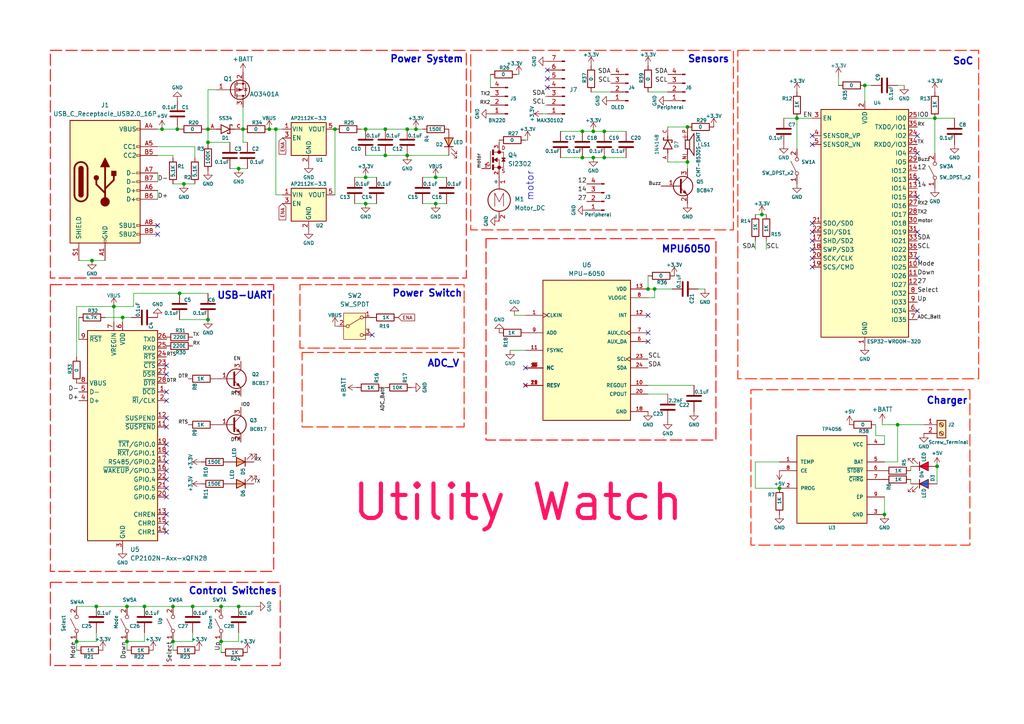
<source format=kicad_sch>
(kicad_sch (version 20230121) (generator eeschema)
  (paper "A4")
  (title_block (title "Utility_Watch_V3") (date "2024-11-20") (rev "V3") (company "Dharma RoboFest"))
  (junction (at 50.165 186.055))
  (junction (at 70.485 37.465))
  (junction (at 78.105 37.465))
  (junction (at 118.11 37.465))
  (junction (at 271.145 34.29))
  (junction (at 69.215 48.895))
  (junction (at 64.135 186.055))
  (junction (at 55.88 175.895))
  (junction (at 199.39 46.99))
  (junction (at 69.215 175.895))
  (junction (at 187.96 83.82))
  (junction (at 26.67 75.565))
  (junction (at 41.91 175.895))
  (junction (at 33.02 88.9))
  (junction (at 250.825 24.765))
  (junction (at 226.06 141.605))
  (junction (at 111.76 45.085))
  (junction (at 64.135 175.895))
  (junction (at 36.83 175.895))
  (junction (at 168.91 38.1))
  (junction (at 111.76 37.465))
  (junction (at 51.435 37.465))
  (junction (at 60.325 41.275))
  (junction (at 231.14 34.29))
  (junction (at 106.045 59.055))
  (junction (at 189.865 83.82))
  (junction (at 256.54 149.225))
  (junction (at 172.085 45.72))
  (junction (at 220.98 62.23))
  (junction (at 126.365 51.435))
  (junction (at 172.085 38.1))
  (junction (at 271.78 135.255))
  (junction (at 260.35 123.19))
  (junction (at 97.155 37.465))
  (junction (at 22.225 186.055))
  (junction (at 50.165 175.895))
  (junction (at 106.045 37.465))
  (junction (at 199.39 36.83))
  (junction (at 52.07 85.09))
  (junction (at 106.045 51.435))
  (junction (at 60.325 92.71))
  (junction (at 27.94 175.895))
  (junction (at 168.91 45.72))
  (junction (at 120.65 37.465))
  (junction (at 118.11 45.085))
  (junction (at 35.56 92.075))
  (junction (at 46.99 37.465))
  (junction (at 80.01 37.465))
  (junction (at 53.34 53.34))
  (junction (at 60.325 37.465))
  (junction (at 36.83 186.055))
  (junction (at 175.26 38.1))
  (junction (at 175.26 45.72))
  (junction (at 126.365 59.055))
  (no_connect (at 48.26 133.985))
  (no_connect (at 48.26 128.905))
  (no_connect (at 158.75 25.4))
  (no_connect (at 266.065 67.31))
  (no_connect (at 235.585 41.91))
  (no_connect (at 235.585 39.37))
  (no_connect (at 48.26 136.525))
  (no_connect (at 266.065 90.17))
  (no_connect (at 48.26 144.145))
  (no_connect (at 158.75 22.86))
  (no_connect (at 187.96 99.06))
  (no_connect (at 48.26 106.045))
  (no_connect (at 235.585 74.93))
  (no_connect (at 48.26 121.285))
  (no_connect (at 48.26 108.585))
  (no_connect (at 48.26 154.305))
  (no_connect (at 235.585 72.39))
  (no_connect (at 187.96 91.44))
  (no_connect (at 235.585 67.31))
  (no_connect (at 45.72 67.945))
  (no_connect (at 152.4 111.76))
  (no_connect (at 266.065 39.37))
  (no_connect (at 187.96 96.52))
  (no_connect (at 45.72 65.405))
  (no_connect (at 107.95 97.155))
  (no_connect (at 48.26 151.765))
  (no_connect (at 235.585 77.47))
  (no_connect (at 48.26 139.065))
  (no_connect (at 266.065 74.93))
  (no_connect (at 48.26 141.605))
  (no_connect (at 48.26 123.825))
  (no_connect (at 152.4 106.68))
  (no_connect (at 48.26 149.225))
  (no_connect (at 266.065 44.45))
  (no_connect (at 48.26 116.205))
  (no_connect (at 235.585 64.77))
  (no_connect (at 48.26 113.665))
  (no_connect (at 48.26 131.445))
  (no_connect (at 158.75 20.32))
  (no_connect (at 266.065 57.15))
  (no_connect (at 235.585 69.85))
  (no_connect (at 266.065 52.07))
  (wire (pts (xy 118.11 45.085) (xy 130.175 45.085)))
  (wire (pts (xy 231.14 34.29) (xy 231.14 43.18)))
  (wire (pts (xy 256.54 126.365) (xy 256.54 128.905)))
  (wire (pts (xy 222.25 69.85) (xy 222.25 72.39)))
  (wire (pts (xy 260.35 24.765) (xy 262.255 24.765)))
  (wire (pts (xy 147.955 101.6) (xy 152.4 101.6)))
  (wire (pts (xy 255.905 123.19) (xy 260.35 123.19)))
  (wire (pts (xy 69.215 48.895) (xy 71.755 48.895)))
  (wire (pts (xy 126.365 59.055) (xy 129.54 59.055)))
  (wire (pts (xy 149.225 91.44) (xy 152.4 91.44)))
  (wire (pts (xy 243.205 22.225) (xy 243.205 24.765)))
  (wire (pts (xy 55.88 186.055) (xy 55.88 183.515)))
  (wire (pts (xy 175.26 45.72) (xy 181.61 45.72)))
  (wire (pts (xy 193.675 36.83) (xy 199.39 36.83)))
  (wire (pts (xy 50.165 53.34) (xy 53.34 53.34)))
  (wire (pts (xy 256.54 144.145) (xy 256.54 149.225)))
  (wire (pts (xy 97.155 37.465) (xy 97.155 56.515)))
  (wire (pts (xy 187.96 111.76) (xy 201.295 111.76)))
  (wire (pts (xy 22.86 92.075) (xy 22.86 98.425)))
  (wire (pts (xy 38.735 85.09) (xy 52.07 85.09)))
  (wire (pts (xy 22.225 175.895) (xy 27.94 175.895)))
  (wire (pts (xy 111.76 37.465) (xy 118.11 37.465)))
  (wire (pts (xy 168.91 38.1) (xy 172.085 38.1)))
  (wire (pts (xy 106.045 51.435) (xy 109.22 51.435)))
  (wire (pts (xy 271.78 135.255) (xy 271.78 140.335)))
  (wire (pts (xy 59.69 37.465) (xy 60.325 37.465)))
  (wire (pts (xy 48.26 97.79) (xy 48.26 98.425)))
  (wire (pts (xy 69.215 175.895) (xy 74.295 175.895)))
  (wire (pts (xy 38.735 88.9) (xy 38.735 85.09)))
  (wire (pts (xy 80.01 37.465) (xy 80.01 56.515)))
  (wire (pts (xy 162.56 45.72) (xy 168.91 45.72)))
  (wire (pts (xy 172.085 38.1) (xy 175.26 38.1)))
  (wire (pts (xy 106.045 59.055) (xy 109.22 59.055)))
  (wire (pts (xy 52.07 92.71) (xy 60.325 92.71)))
  (wire (pts (xy 22.225 88.9) (xy 33.02 88.9)))
  (wire (pts (xy 219.075 69.85) (xy 219.075 72.39)))
  (wire (pts (xy 175.26 38.1) (xy 181.61 38.1)))
  (wire (pts (xy 22.86 75.565) (xy 26.67 75.565)))
  (wire (pts (xy 27.94 175.895) (xy 36.83 175.895)))
  (wire (pts (xy 66.675 48.895) (xy 69.215 48.895)))
  (wire (pts (xy 187.96 83.82) (xy 189.865 83.82)))
  (wire (pts (xy 33.02 88.9) (xy 38.735 88.9)))
  (wire (pts (xy 227.33 34.29) (xy 231.14 34.29)))
  (wire (pts (xy 122.555 59.055) (xy 126.365 59.055)))
  (wire (pts (xy 69.215 183.515) (xy 69.215 186.055)))
  (wire (pts (xy 45.72 50.165) (xy 45.72 52.705)))
  (wire (pts (xy 106.045 45.085) (xy 111.76 45.085)))
  (wire (pts (xy 193.675 46.99) (xy 199.39 46.99)))
  (wire (pts (xy 187.96 80.01) (xy 187.96 83.82)))
  (wire (pts (xy 45.72 37.465) (xy 46.99 37.465)))
  (wire (pts (xy 45.72 42.545) (xy 56.515 42.545)))
  (wire (pts (xy 106.045 37.465) (xy 104.775 37.465)))
  (wire (pts (xy 153.035 40.64) (xy 152.4 40.64)))
  (wire (pts (xy 48.26 100.33) (xy 48.26 100.965)))
  (wire (pts (xy 64.135 186.055) (xy 69.215 186.055)))
  (wire (pts (xy 52.07 85.09) (xy 60.325 85.09)))
  (wire (pts (xy 189.865 86.36) (xy 189.865 83.82)))
  (wire (pts (xy 78.105 37.465) (xy 80.01 37.465)))
  (wire (pts (xy 111.76 112.395) (xy 111.125 112.395)))
  (wire (pts (xy 97.155 94.615) (xy 97.79 94.615)))
  (wire (pts (xy 41.91 175.895) (xy 50.165 175.895)))
  (wire (pts (xy 33.02 88.9) (xy 33.02 93.345)))
  (wire (pts (xy 254 126.365) (xy 256.54 126.365)))
  (wire (pts (xy 150.495 21.59) (xy 149.86 21.59)))
  (wire (pts (xy 199.39 46.99) (xy 199.39 48.895)))
  (wire (pts (xy 260.35 123.19) (xy 267.97 123.19)))
  (wire (pts (xy 219.075 133.985) (xy 219.075 141.605)))
  (wire (pts (xy 142.24 21.59) (xy 142.24 25.4)))
  (wire (pts (xy 264.16 135.255) (xy 264.16 136.525)))
  (wire (pts (xy 60.325 26.035) (xy 60.325 37.465)))
  (wire (pts (xy 102.87 59.055) (xy 106.045 59.055)))
  (wire (pts (xy 70.485 37.465) (xy 70.485 41.275)))
  (wire (pts (xy 41.91 186.055) (xy 41.91 183.515)))
  (wire (pts (xy 126.365 51.435) (xy 129.54 51.435)))
  (wire (pts (xy 254 123.19) (xy 254 126.365)))
  (wire (pts (xy 35.56 92.075) (xy 38.1 92.075)))
  (wire (pts (xy 111.76 45.085) (xy 118.11 45.085)))
  (wire (pts (xy 106.045 37.465) (xy 111.76 37.465)))
  (wire (pts (xy 219.075 62.23) (xy 220.98 62.23)))
  (wire (pts (xy 219.075 141.605) (xy 226.06 141.605)))
  (wire (pts (xy 172.085 45.72) (xy 175.26 45.72)))
  (wire (pts (xy 187.96 26.67) (xy 193.675 26.67)))
  (wire (pts (xy 51.435 37.465) (xy 52.07 37.465)))
  (wire (pts (xy 36.83 175.895) (xy 41.91 175.895)))
  (wire (pts (xy 158.115 30.48) (xy 158.75 30.48)))
  (wire (pts (xy 158.115 27.94) (xy 158.75 27.94)))
  (wire (pts (xy 220.98 62.23) (xy 222.25 62.23)))
  (wire (pts (xy 187.96 86.36) (xy 189.865 86.36)))
  (wire (pts (xy 60.325 26.035) (xy 62.865 26.035)))
  (wire (pts (xy 22.225 111.125) (xy 22.86 111.125)))
  (wire (pts (xy 27.94 186.055) (xy 27.94 183.515)))
  (wire (pts (xy 46.99 37.465) (xy 51.435 37.465)))
  (wire (pts (xy 80.01 37.465) (xy 81.915 37.465)))
  (wire (pts (xy 70.485 31.115) (xy 70.485 37.465)))
  (wire (pts (xy 45.72 45.085) (xy 50.165 45.085)))
  (wire (pts (xy 266.065 34.29) (xy 271.145 34.29)))
  (wire (pts (xy 81.915 56.515) (xy 80.01 56.515)))
  (wire (pts (xy 36.83 186.055) (xy 41.91 186.055)))
  (wire (pts (xy 231.14 34.29) (xy 235.585 34.29)))
  (wire (pts (xy 60.325 41.275) (xy 60.325 41.91)))
  (wire (pts (xy 118.11 37.465) (xy 120.65 37.465)))
  (wire (pts (xy 22.225 186.055) (xy 22.225 188.595)))
  (wire (pts (xy 70.485 41.275) (xy 71.755 41.275)))
  (wire (pts (xy 64.135 175.895) (xy 69.215 175.895)))
  (wire (pts (xy 168.91 45.72) (xy 172.085 45.72)))
  (wire (pts (xy 202.565 83.82) (xy 204.47 83.82)))
  (wire (pts (xy 256.54 133.985) (xy 260.35 133.985)))
  (wire (pts (xy 53.34 53.34) (xy 56.515 53.34)))
  (wire (pts (xy 271.145 34.29) (xy 271.145 44.45)))
  (wire (pts (xy 51.435 36.83) (xy 51.435 37.465)))
  (wire (pts (xy 55.88 175.895) (xy 64.135 175.895)))
  (wire (pts (xy 271.145 34.29) (xy 276.86 34.29)))
  (wire (pts (xy 50.165 175.895) (xy 55.88 175.895)))
  (wire (pts (xy 50.165 45.085) (xy 50.165 45.72)))
  (wire (pts (xy 260.35 133.985) (xy 260.35 123.19)))
  (wire (pts (xy 226.06 133.985) (xy 219.075 133.985)))
  (wire (pts (xy 50.165 186.055) (xy 55.88 186.055)))
  (wire (pts (xy 122.555 51.435) (xy 126.365 51.435)))
  (wire (pts (xy 60.325 41.275) (xy 66.675 41.275)))
  (wire (pts (xy 250.825 24.765) (xy 250.825 29.21)))
  (wire (pts (xy 102.87 51.435) (xy 106.045 51.435)))
  (wire (pts (xy 22.225 103.505) (xy 22.225 88.9)))
  (wire (pts (xy 157.48 33.02) (xy 158.75 33.02)))
  (wire (pts (xy 22.225 186.055) (xy 27.94 186.055)))
  (wire (pts (xy 187.96 114.3) (xy 193.675 114.3)))
  (wire (pts (xy 144.78 40.64) (xy 144.78 41.275)))
  (wire (pts (xy 64.135 189.23) (xy 64.135 186.055)))
  (wire (pts (xy 171.45 26.67) (xy 177.165 26.67)))
  (wire (pts (xy 162.56 38.1) (xy 168.91 38.1)))
  (wire (pts (xy 30.48 92.075) (xy 35.56 92.075)))
  (wire (pts (xy 120.65 37.465) (xy 122.555 37.465)))
  (wire (pts (xy 26.67 75.565) (xy 30.48 75.565)))
  (wire (pts (xy 36.83 186.055) (xy 36.83 188.595)))
  (wire (pts (xy 56.515 42.545) (xy 56.515 45.72)))
  (wire (pts (xy 250.825 24.765) (xy 252.73 24.765)))
  (wire (pts (xy 45.72 55.245) (xy 45.72 57.785)))
  (wire (pts (xy 264.16 140.335) (xy 264.16 139.065)))
  (wire (pts (xy 35.56 92.075) (xy 35.56 93.345)))
  (wire (pts (xy 50.165 186.055) (xy 50.165 188.595)))
  (wire (pts (xy 60.325 37.465) (xy 60.325 41.275)))
  (wire (pts (xy 255.905 123.19) (xy 255.905 122.555)))
  (wire (pts (xy 194.945 83.82) (xy 189.865 83.82)))
  (rectangle (start 14.605 168.91) (end 81.28 193.04) (stroke (width 0.3) (type dash) (color 255 16 12 1)))
  (rectangle (start 140.97 69.215) (end 207.645 127.635) (stroke (width 0.3) (type dash) (color 255 16 12 1)))
  (rectangle (start 87.63 102.235) (end 134.62 123.825) (stroke (width 0.3) (type dash) (color 255 44 9 1)))
  (rectangle (start 136.525 14.605) (end 212.725 66.675) (stroke (width 0.3) (type dash) (color 255 44 9 1)))
  (rectangle (start 86.995 82.55) (end 134.62 100.965) (stroke (width 0.3) (type dash) (color 255 44 9 1)))
  (rectangle (start 14.605 82.55) (end 79.375 165.735) (stroke (width 0.3) (type dash) (color 255 16 12 1)))
  (rectangle (start 14.605 14.605) (end 135.255 80.645) (stroke (width 0.3) (type dash) (color 255 16 12 1)))
  (rectangle (start 217.805 113.03) (end 281.305 158.115) (stroke (width 0.3) (type dash) (color 255 44 9 1)))
  (rectangle (start 213.995 14.605) (end 283.845 109.855) (stroke (width 0.3) (type dash) (color 255 44 9 1)))
  (text "MPU6050\n\n\n" (at 191.77 80.01 0) (effects (font (size 2 2) (thickness 0.4) bold) (justify left bottom)))
  (text "USB-UART" (at 62.865 86.995 0) (effects (font (size 2 2) (thickness 0.4) bold) (justify left bottom)))
  (text "motor\n\n" (at 158.115 58.42 90) (effects (font (size 2 2)) (justify left bottom)))
  (text "Power System\n" (at 113.03 18.415 0) (effects (font (size 2 2) (thickness 0.4) bold) (justify left bottom)))
  (text "ADC_V\n" (at 133.35 106.68 0) (effects (font (size 2 2) (thickness 0.4) bold) (justify right bottom)))
  (text "SoC " (at 276.225 19.05 0) (effects (font (size 2 2) (thickness 0.4) bold) (justify left bottom)))
  (text "Sensors\n" (at 199.39 18.415 0) (effects (font (size 2 2) (thickness 0.4) bold) (justify left bottom)))
  (text "Charger\n" (at 268.605 117.475 0) (effects (font (size 2 2) (thickness 0.4) bold) (justify left bottom)))
  (text "Control Switches\n\n" (at 54.61 175.895 0) (effects (font (size 2 2) (thickness 0.4) bold) (justify left bottom)))
  (text "Power Switch" (at 113.665 86.36 0) (effects (font (size 2 2) (thickness 0.4) bold) (justify left bottom)))
  (text "Utility Watch" (at 101.6 151.765 0) (effects (font (size 10 10) (thickness 1.2) bold) (justify left bottom)))
  (label "RX" (at 73.66 133.985 0) (effects (font (size 1 1))))
  (label "TX" (at 73.66 140.335 0) (effects (font (size 1 1))))
  (label "RTS" (at 69.85 114.935 180) (effects (font (size 1 1))))
  (label "SDA" (at 266.065 69.85 0))
  (label "SCL" (at 187.96 104.14 0))
  (label "SCL" (at 193.675 24.13 180))
  (label "14" (at 266.065 54.61 0))
  (label "TX" (at 266.065 41.91 0) (effects (font (size 1 1))))
  (label "TX" (at 55.88 97.79 0) (effects (font (size 1 1))))
  (label "SCL" (at 177.165 24.13 180))
  (label "DTR" (at 48.26 111.125 0) (effects (font (size 1 1))))
  (label "SCL" (at 266.065 72.39 0))
  (label "TX2" (at 266.065 62.23 0) (effects (font (size 1 1))))
  (label "Select" (at 266.065 85.09 0))
  (label "Mode" (at 22.225 186.055 270))
  (label "27" (at 170.18 58.42 180))
  (label "ADC_Batt" (at 266.065 92.71 0) (effects (font (size 1 1))))
  (label "14" (at 170.18 55.88 180))
  (label "RX" (at 266.065 36.83 0) (effects (font (size 1 1))))
  (label "motor" (at 266.065 64.77 0) (effects (font (size 1 1))))
  (label "IO0" (at 266.065 34.29 0))
  (label "DTR" (at 69.85 128.27 180) (effects (font (size 1 1))))
  (label "Down" (at 266.065 80.01 0))
  (label "RTS" (at 48.26 103.505 0) (effects (font (size 1 1))))
  (label "SCL" (at 222.25 72.39 0))
  (label "Buzz" (at 266.065 46.99 0) (effects (font (size 1 1))))
  (label "motor" (at 139.7 48.895 90) (effects (font (size 1 1))))
  (label "D+" (at 45.72 57.785 0))
  (label "D-" (at 45.72 52.705 0))
  (label "RX2" (at 266.065 59.69 0) (effects (font (size 1 1))))
  (label "SDA" (at 219.075 72.39 180))
  (label "SCL" (at 158.115 30.48 180))
  (label "IO0" (at 69.85 118.11 0) (effects (font (size 1 1))))
  (label "DTR" (at 54.61 109.855 180) (effects (font (size 1 1))))
  (label "TX2" (at 142.24 27.94 180) (effects (font (size 1 1))))
  (label "12" (at 266.065 49.53 0))
  (label "Mode" (at 266.065 77.47 0))
  (label "SDA" (at 193.675 21.59 180))
  (label "RX" (at 55.88 100.33 0) (effects (font (size 1 1))))
  (label "SDA" (at 177.165 21.59 180))
  (label "D+" (at 22.86 116.205 180))
  (label "Select" (at 50.165 186.055 270))
  (label "EN" (at 235.585 34.29 180))
  (label "RTS" (at 54.61 123.19 180) (effects (font (size 1 1))))
  (label "D-" (at 22.86 113.665 180))
  (label "Up" (at 64.135 186.055 270))
  (label "Buzz" (at 191.77 53.975 180) (effects (font (size 1 1))))
  (label "ADC_Batt" (at 111.76 112.395 270) (effects (font (size 1 1))))
  (label "EN" (at 69.85 104.775 180) (effects (font (size 1 1))))
  (label "SDA" (at 158.115 27.94 180))
  (label "27" (at 266.065 82.55 0))
  (label "Up" (at 266.065 87.63 0))
  (label "12" (at 170.18 53.34 180))
  (label "Down" (at 36.83 186.055 270))
  (label "SDA" (at 187.96 106.68 0))
  (label "RX2" (at 142.24 30.48 180) (effects (font (size 1 1))))
  (global_label "ENA" (shape input) (at 115.57 92.075 0) (effects (font (size 1 1))) (property "Intersheetrefs" "${INTERSHEET_REFS}" (effects hide)))
  (global_label "ENA" (shape input) (at 81.915 40.005 270) (effects (font (size 1 1))) (property "Intersheetrefs" "${INTERSHEET_REFS}" (effects hide)))
  (global_label "ENA" (shape input) (at 81.915 59.055 270) (effects (font (size 1 1))) (property "Intersheetrefs" "${INTERSHEET_REFS}" (effects hide)))
  (symbol (lib_id "power:GND") (at 158.75 17.78 270) (unit 1)
    (property "Reference" "#PWR048" (effects hide))
    (property "Value" "GND" (at 154.94 17.78 0) (effects (font (size 1 1))))
  )
  (symbol (lib_id "Connector:USB_C_Receptacle_USB2.0_16P") (at 30.48 52.705 0) (unit 1)
    (property "Reference" "J1" (at 30.48 30.48 0))
    (property "Value" "USB_C_Receptacle_USB2.0_16P" (at 30.48 33.02 0))
    (property "Footprint" "Connector_USB:USB_C_Receptacle_GCT_USB4105-xx-A_16P_TopMnt_Horizontal" (effects hide))
    (property "Datasheet" "https://www.usb.org/sites/default/files/documents/usb_type-c.zip" (effects hide))
  )
  (symbol (lib_id "Device:C") (at 27.94 179.705 0) (unit 1)
    (property "Reference" "C25" (at 26.67 181.61 0) (effects (font (size 1 1)) (justify right)))
    (property "Value" "0.1uF" (at 32.385 177.8 0) (effects (font (size 1 1)) (justify right)))
    (property "Footprint" "Capacitor_SMD:C_0402_1005Metric" (effects hide))
  )
  (symbol (lib_id "Amplifier_Audio:TP4056") (at 241.3 139.065 0) (unit 1)
    (property "Reference" "U3" (at 241.3 153.035 0) (effects (font (size 1 1))))
    (property "Value" "TP4056" (at 241.3 124.46 0) (effects (font (size 1 1))))
    (property "Footprint" "TP4056:SOP127P600X175-9N" (effects hide))
    (property "MF" "NanJing Top Power ASIC Corp." (effects hide))
    (property "MAXIMUM_PACKAGE_HEIGHT" "1.75mm" (effects hide))
    (property "Package" "Package" (effects hide))
    (property "Price" "None" (effects hide))
    (property "Check_prices" "https://www.snapeda.com/parts/TP4056/NanJing+Top+Power+ASIC+Corp./view-part/?ref=eda" (effects hide))
    (property "STANDARD" "IPC 7351B" (effects hide))
    (property "SnapEDA_Link" "https://www.snapeda.com/parts/TP4056/NanJing+Top+Power+ASIC+Corp./view-part/?ref=snap" (effects hide))
    (property "MP" "TP4056" (effects hide))
    (property "Description" "\n                        \n                            Complete single cell Li-Ion battery with a constant current / constant voltage linear charger\n                        \n" (effects hide))
    (property "Availability" "Not in stock" (effects hide))
    (property "MANUFACTURER" "NanJing Top Power ASIC Corp." (effects hide))
  )
  (symbol (lib_id "power:VBUS") (at 78.105 37.465 0) (unit 1)
    (property "Reference" "#PWR04" (effects hide))
    (property "Value" "VBUS" (at 78.105 34.29 0) (effects (font (size 1 1))))
  )
  (symbol (lib_id "Switch:SW_DPST_x2") (at 271.145 49.53 90) (unit 1)
    (property "Reference" "SW3" (at 272.415 48.2599 90) (effects (font (size 1 1)) (justify right)))
    (property "Value" "SW_DPST_x2" (at 272.415 51.435 90) (effects (font (size 1 1)) (justify right)))
    (property "Footprint" "Button_Switch_SMD:SW_Tactile_SPST_NO_Straight_CK_PTS636Sx25SMTRLFS" (effects hide))
  )
  (symbol (lib_id "power:+3.3V") (at 220.98 62.23 0) (unit 1)
    (property "Reference" "#PWR040" (effects hide))
    (property "Value" "+3.3V" (at 220.98 59.055 0) (effects (font (size 1 1))))
  )
  (symbol (lib_id "Device:R") (at 250.19 123.19 90) (unit 1)
    (property "Reference" "R38" (at 252.095 125.095 90) (effects (font (size 1 1)) (justify left)))
    (property "Value" "0" (at 250.825 123.19 90) (effects (font (size 1 1)) (justify left)))
    (property "Footprint" "Resistor_SMD:R_0402_1005Metric" (effects hide))
  )
  (symbol (lib_id "Connector:Conn_01x04_Pin") (at 147.32 30.48 180) (unit 1)
    (property "Reference" "J5" (at 147.955 28.575 0) (effects (font (size 1 1)) (justify right)))
    (property "Value" "BN220" (at 141.605 34.925 0) (effects (font (size 1 1)) (justify right)))
    (property "Footprint" "Button_Switch_SMD:solder_pad_4" (effects hide))
  )
  (symbol (lib_id "Regulator_Linear:AP2112K-3.3") (at 89.535 40.005 0) (unit 1)
    (property "Reference" "U1" (at 92.71 46.355 0) (effects (font (size 1 1))))
    (property "Value" "AP2112K-3.3" (at 89.535 34.29 0) (effects (font (size 1 1))))
    (property "Footprint" "Package_TO_SOT_SMD:SOT-23-5" (effects hide))
    (property "Datasheet" "https://www.diodes.com/assets/Datasheets/AP2112.pdf" (effects hide))
  )
  (symbol (lib_id "power:GND") (at 126.365 59.055 0) (unit 1)
    (property "Reference" "#PWR020" (effects hide))
    (property "Value" "GND" (at 126.365 62.865 0) (effects (font (size 1 1))))
  )
  (symbol (lib_id "Device:R") (at 222.25 66.04 0) (unit 1)
    (property "Reference" "R15" (at 223.52 67.945 0) (effects (font (size 1 1)) (justify left)))
    (property "Value" "1K" (at 222.25 67.31 90) (effects (font (size 1 1)) (justify left)))
    (property "Footprint" "Resistor_SMD:R_0402_1005Metric" (effects hide))
  )
  (symbol (lib_id "power:+3.3V") (at 150.495 21.59 0) (unit 1)
    (property "Reference" "#PWR026" (effects hide))
    (property "Value" "+3.3V" (at 149.225 18.415 0) (effects (font (size 1 1))))
  )
  (symbol (lib_id "power:GND") (at 147.955 101.6 0) (unit 1)
    (property "Reference" "#PWR059" (effects hide))
    (property "Value" "GND" (at 147.955 105.41 0) (effects (font (size 1 1))))
  )
  (symbol (lib_id "power:GND") (at 144.78 64.135 270) (unit 1)
    (property "Reference" "#PWR064" (effects hide))
    (property "Value" "GND" (at 140.97 64.135 0) (effects (font (size 1 1))))
  )
  (symbol (lib_id "Transistor_BJT:BC817") (at 67.31 123.19 0) (unit 1)
    (property "Reference" "Q3" (at 72.39 121.9199 0) (effects (font (size 1 1)) (justify left)))
    (property "Value" "BC817" (at 72.39 124.4599 0) (effects (font (size 1 1)) (justify left)))
    (property "Footprint" "Package_TO_SOT_SMD:SOT-23" (effects hide))
    (property "Datasheet" "https://www.onsemi.com/pub/Collateral/BC818-D.pdf" (effects hide))
  )
  (symbol (lib_id "power:GND") (at 193.675 121.92 0) (unit 1)
    (property "Reference" "#PWR058" (effects hide))
    (property "Value" "GND" (at 193.675 125.73 0) (effects (font (size 1 1))))
  )
  (symbol (lib_id "Device:LED") (at 69.85 140.335 180) (unit 1)
    (property "Reference" "D6" (at 70.485 144.145 90) (effects (font (size 1 1)) (justify right)))
    (property "Value" "LED" (at 67.31 139.065 90) (effects (font (size 1 1)) (justify right)))
    (property "Footprint" "LED_SMD:LED_0402_1005Metric" (effects hide))
  )
  (symbol (lib_id "Device:R") (at 62.23 140.335 90) (unit 1)
    (property "Reference" "R11" (at 59.69 144.78 0) (effects (font (size 1 1)) (justify left)))
    (property "Value" "150E" (at 64.135 140.335 90) (effects (font (size 1 1)) (justify left)))
    (property "Footprint" "Resistor_SMD:R_0402_1005Metric" (effects hide))
  )
  (symbol (lib_id "Regulator_Linear:AP2112K-3.3") (at 89.535 59.055 0) (unit 1)
    (property "Reference" "U2" (at 92.71 65.405 0) (effects (font (size 1 1))))
    (property "Value" "AP2112K-3.3" (at 89.535 53.34 0) (effects (font (size 1 1))))
    (property "Footprint" "Package_TO_SOT_SMD:SOT-23-5" (effects hide))
    (property "Datasheet" "https://www.diodes.com/assets/Datasheets/AP2112.pdf" (effects hide))
  )
  (symbol (lib_id "power:GND") (at 89.535 47.625 0) (unit 1)
    (property "Reference" "#PWR09" (effects hide))
    (property "Value" "GND" (at 89.535 51.435 0) (effects (font (size 1 1))))
  )
  (symbol (lib_id "power:GND") (at 204.47 83.82 0) (unit 1)
    (property "Reference" "#PWR056" (effects hide))
    (property "Value" "GND" (at 204.47 87.63 0) (effects (font (size 1 1))))
  )
  (symbol (lib_id "Device:C") (at 118.11 41.275 0) (unit 1)
    (property "Reference" "C12" (at 116.84 43.18 0) (effects (font (size 1 1)) (justify right)))
    (property "Value" "0.1uF" (at 122.555 39.37 0) (effects (font (size 1 1)) (justify right)))
    (property "Footprint" "Capacitor_SMD:C_0402_1005Metric" (effects hide))
  )
  (symbol (lib_id "power:+3.3V") (at 106.045 51.435 0) (unit 1)
    (property "Reference" "#PWR016" (effects hide))
    (property "Value" "+3.3V" (at 106.045 48.26 0) (effects (font (size 1 1))))
  )
  (symbol (lib_id "Switch:SW_SPDT") (at 102.87 94.615 0) (unit 1)
    (property "Reference" "SW2" (at 102.87 85.725 0))
    (property "Value" "SW_SPDT" (at 102.87 88.265 0))
    (property "Footprint" "Button_Switch_THT:SW_Slide_1P2T_CK_OS102011MS2Q" (effects hide))
  )
  (symbol (lib_id "power:+BATT") (at 255.905 122.555 0) (unit 1)
    (property "Reference" "#PWR030" (effects hide))
    (property "Value" "+BATT" (at 255.905 118.745 0))
  )
  (symbol (lib_id "power:GND") (at 201.295 119.38 0) (unit 1)
    (property "Reference" "#PWR057" (effects hide))
    (property "Value" "GND" (at 201.295 123.19 0) (effects (font (size 1 1))))
  )
  (symbol (lib_id "power:+3.3V") (at 157.48 33.02 90) (unit 1)
    (property "Reference" "#PWR047" (effects hide))
    (property "Value" "+3.3V" (at 154.305 33.02 0) (effects (font (size 1 1))))
  )
  (symbol (lib_id "Device:C") (at 111.76 41.275 0) (unit 1)
    (property "Reference" "C11" (at 110.49 43.18 0) (effects (font (size 1 1)) (justify right)))
    (property "Value" "0.1uF" (at 116.205 39.37 0) (effects (font (size 1 1)) (justify right)))
    (property "Footprint" "Capacitor_SMD:C_0402_1005Metric" (effects hide))
  )
  (symbol (lib_id "Motor:Motor_DC") (at 144.78 56.515 0) (unit 1)
    (property "Reference" "M1" (at 149.225 57.785 0) (effects (justify left)))
    (property "Value" "Motor_DC" (at 149.225 60.325 0) (effects (justify left)))
    (property "Footprint" "Button_Switch_SMD:solder_motor" (effects hide))
  )
  (symbol (lib_id "Device:R") (at 52.07 97.79 270) (unit 1)
    (property "Reference" "R31" (at 50.8 95.885 90) (effects (font (size 1 1)) (justify left)))
    (property "Value" "220E" (at 50.165 97.79 90) (effects (font (size 1 1)) (justify left)))
    (property "Footprint" "Resistor_SMD:R_0402_1005Metric" (effects hide))
  )
  (symbol (lib_id "Device:C") (at 41.91 179.705 0) (unit 1)
    (property "Reference" "C26" (at 40.64 181.61 0) (effects (font (size 1 1)) (justify right)))
    (property "Value" "0.1uF" (at 46.355 177.8 0) (effects (font (size 1 1)) (justify right)))
    (property "Footprint" "Capacitor_SMD:C_0402_1005Metric" (effects hide))
  )
  (symbol (lib_id "Connector:Conn_01x04_Pin") (at 175.26 58.42 180) (unit 1)
    (property "Reference" "J3" (at 175.26 57.15 0) (effects (font (size 1 1)) (justify right)))
    (property "Value" "Peripheral" (at 169.545 62.23 0) (effects (font (size 1 1)) (justify right)))
    (property "Footprint" "Button_Switch_SMD:solder_pad_4" (effects hide))
  )
  (symbol (lib_id "power:+3.3V") (at 58.42 133.985 90) (unit 1)
    (property "Reference" "#PWR028" (effects hide))
    (property "Value" "+3.3V" (at 55.245 133.985 0) (effects (font (size 1 1))))
  )
  (symbol (lib_id "power:+5V") (at 271.78 135.255 0) (unit 1)
    (property "Reference" "#PWR011" (effects hide))
    (property "Value" "+5V" (at 271.78 131.445 0) (effects (font (size 1 1))))
  )
  (symbol (lib_id "Device:C") (at 41.91 92.075 90) (unit 1)
    (property "Reference" "C4" (at 43.815 93.345 0) (effects (font (size 1 1)) (justify right)))
    (property "Value" "0.1uF" (at 40.005 87.63 0) (effects (font (size 1 1)) (justify right)))
    (property "Footprint" "Capacitor_SMD:C_0402_1005Metric" (effects hide))
  )
  (symbol (lib_name "LED_2") (lib_id "Device:LED") (at 267.97 140.335 0) (unit 1)
    (property "Reference" "D4" (at 267.335 136.525 90) (effects (font (size 1 1)) (justify right)))
    (property "Value" "LED" (at 267.97 141.605 90) (effects (font (size 1 1)) (justify right)))
    (property "Footprint" "LED_SMD:LED_0402_1005Metric" (effects hide))
  )
  (symbol (lib_id "Device:C") (at 102.87 55.245 0) (unit 1)
    (property "Reference" "C13" (at 101.6 57.15 0) (effects (font (size 1 1)) (justify right)))
    (property "Value" "0.1uF" (at 107.315 53.34 0) (effects (font (size 1 1)) (justify right)))
    (property "Footprint" "Capacitor_SMD:C_0402_1005Metric" (effects hide))
  )
  (symbol (lib_id "power:GND") (at 74.295 175.895 90) (unit 1)
    (property "Reference" "#PWR061" (effects hide))
    (property "Value" "GND" (at 78.105 175.895 0) (effects (font (size 1 1))))
  )
  (symbol (lib_id "power:+3.3V") (at 71.755 189.23 0) (unit 1)
    (property "Reference" "#PWR068" (effects hide))
    (property "Value" "+3.3V" (at 71.755 186.055 0) (effects (font (size 1 1))))
  )
  (symbol (lib_id "Switch:SW_DPST_x2") (at 50.165 180.975 90) (unit 1)
    (property "Reference" "SW6" (at 48.895 173.99 90) (effects (font (size 1 1)) (justify right)))
    (property "Value" "Up" (at 46.355 179.07 0) (effects (font (size 1 1)) (justify right)))
    (property "Footprint" "Button_Switch_SMD:SW_Tactile_SPST_NO_Straight_CK_PTS636Sx25SMTRLFS" (effects hide))
  )
  (symbol (lib_id "power:+3.3V") (at 195.58 80.01 0) (unit 1)
    (property "Reference" "#PWR072" (effects hide))
    (property "Value" "+3.3V" (at 195.58 76.835 0) (effects (font (size 1 1))))
  )
  (symbol (lib_id "power:GND") (at 267.97 125.73 0) (unit 1)
    (property "Reference" "#PWR023" (effects hide))
    (property "Value" "GND" (at 267.97 129.54 0) (effects (font (size 1 1))))
  )
  (symbol (lib_id "power:GND") (at 69.215 48.895 0) (unit 1)
    (property "Reference" "#PWR07" (effects hide))
    (property "Value" "GND" (at 69.215 52.705 0) (effects (font (size 1 1))))
  )
  (symbol (lib_id "power:GND") (at 227.33 41.91 0) (unit 1)
    (property "Reference" "#PWR036" (effects hide))
    (property "Value" "GND" (at 227.33 45.72 0) (effects (font (size 1 1))))
  )
  (symbol (lib_id "power:+3.3V") (at 57.785 188.595 0) (unit 1)
    (property "Reference" "#PWR067" (effects hide))
    (property "Value" "+3.3V" (at 57.785 185.42 0) (effects (font (size 1 1))))
  )
  (symbol (lib_id "Device:R") (at 148.59 96.52 270) (unit 1)
    (property "Reference" "R18" (at 146.685 97.79 0) (effects (font (size 1 1)) (justify left)))
    (property "Value" "1K" (at 147.32 96.52 90) (effects (font (size 1 1)) (justify left)))
    (property "Footprint" "Resistor_SMD:R_0402_1005Metric" (effects hide))
  )
  (symbol (lib_id "Device:C") (at 175.26 41.91 180) (unit 1)
    (property "Reference" "C19" (at 176.53 40.005 0) (effects (font (size 1 1)) (justify right)))
    (property "Value" "0.1uF" (at 170.815 43.815 0) (effects (font (size 1 1)) (justify right)))
    (property "Footprint" "Capacitor_SMD:C_0402_1005Metric" (effects hide))
  )
  (symbol (lib_id "power:GND") (at 149.225 91.44 180) (unit 1)
    (property "Reference" "#PWR054" (effects hide))
    (property "Value" "GND" (at 149.225 87.63 0) (effects (font (size 1 1))))
  )
  (symbol (lib_id "Device:R") (at 171.45 22.86 0) (unit 1)
    (property "Reference" "R37" (at 169.545 24.13 90) (effects (font (size 1 1)) (justify left)))
    (property "Value" "0" (at 171.45 23.495 90) (effects (font (size 1 1)) (justify left)))
    (property "Footprint" "Resistor_SMD:R_0402_1005Metric" (effects hide))
  )
  (symbol (lib_id "power:GND") (at 187.96 119.38 0) (unit 1)
    (property "Reference" "#PWR053" (effects hide))
    (property "Value" "GND" (at 187.96 123.19 0) (effects (font (size 1 1))))
  )
  (symbol (lib_id "Device:C") (at 256.54 24.765 270) (unit 1)
    (property "Reference" "C9" (at 254.635 23.495 0) (effects (font (size 1 1)) (justify right)))
    (property "Value" "0.1uF" (at 258.445 29.21 0) (effects (font (size 1 1)) (justify right)))
    (property "Footprint" "Capacitor_SMD:C_0402_1005Metric" (effects hide))
  )
  (symbol (lib_id "power:GND") (at 45.72 92.075 180) (unit 1)
    (property "Reference" "#PWR027" (effects hide))
    (property "Value" "GND" (at 45.72 88.265 0) (effects (font (size 1 1))))
  )
  (symbol (lib_id "Device:R") (at 100.965 37.465 270) (unit 1)
    (property "Reference" "R25" (at 99.695 35.56 90) (effects (font (size 1 1)) (justify left)))
    (property "Value" "0" (at 100.33 37.465 90) (effects (font (size 1 1)) (justify left)))
    (property "Footprint" "Resistor_SMD:R_0402_1005Metric" (effects hide))
  )
  (symbol (lib_id "Transistor_BJT:BC817") (at 67.31 109.855 0) (unit 1)
    (property "Reference" "Q2" (at 73.025 108.5849 0) (effects (font (size 1 1)) (justify left)))
    (property "Value" "BC817" (at 73.025 111.1249 0) (effects (font (size 1 1)) (justify left)))
    (property "Footprint" "Package_TO_SOT_SMD:SOT-23" (effects hide))
    (property "Datasheet" "https://www.onsemi.com/pub/Collateral/BC818-D.pdf" (effects hide))
  )
  (symbol (lib_id "power:GND") (at 250.825 100.33 0) (unit 1)
    (property "Reference" "#PWR034" (effects hide))
    (property "Value" "GND" (at 250.825 104.14 0) (effects (font (size 1 1))))
  )
  (symbol (lib_id "Connector:Conn_01x04_Pin") (at 182.245 26.67 180) (unit 1)
    (property "Reference" "J4" (at 182.245 25.4 0) (effects (font (size 1 1)) (justify right)))
    (property "Value" "OLED" (at 177.165 31.115 0) (effects (font (size 1 1)) (justify right)))
    (property "Footprint" "Connector_PinHeader_2.54mm:PinHeader_1x04_P2.54mm_Vertical" (effects hide))
  )
  (symbol (lib_id "Device:R") (at 260.35 136.525 90) (unit 1)
    (property "Reference" "R5" (at 262.255 135.255 0) (effects (font (size 1 1)) (justify left)))
    (property "Value" "1K" (at 261.62 136.525 90) (effects (font (size 1 1)) (justify left)))
    (property "Footprint" "Resistor_SMD:R_0402_1005Metric" (effects hide))
  )
  (symbol (lib_id "power:+3.3V") (at 243.205 22.225 0) (unit 1)
    (property "Reference" "#PWR033" (effects hide))
    (property "Value" "+3.3V" (at 243.205 19.05 0) (effects (font (size 1 1))))
  )
  (symbol (lib_id "power:GND") (at 172.085 45.72 0) (unit 1)
    (property "Reference" "#PWR051" (effects hide))
    (property "Value" "GND" (at 172.085 49.53 0) (effects (font (size 1 1))))
  )
  (symbol (lib_id "Device:R") (at 60.325 45.72 0) (unit 1)
    (property "Reference" "R3" (at 57.15 43.18 0) (effects (font (size 1 1)) (justify left)))
    (property "Value" "100K" (at 60.325 47.625 90) (effects (font (size 1 1)) (justify left)))
    (property "Footprint" "Resistor_SMD:R_0402_1005Metric" (effects hide))
  )
  (symbol (lib_id "Switch:SW_DPST_x2") (at 231.14 48.26 90) (unit 1)
    (property "Reference" "SW1" (at 232.41 46.9899 90) (effects (font (size 1 1)) (justify right)))
    (property "Value" "SW_DPST_x2" (at 220.98 50.165 90) (effects (font (size 1 1)) (justify right)))
    (property "Footprint" "Button_Switch_SMD:SW_Tactile_SPST_NO_Straight_CK_PTS636Sx25SMTRLFS" (effects hide))
  )
  (symbol (lib_id "Device:C") (at 181.61 41.91 180) (unit 1)
    (property "Reference" "C20" (at 182.88 40.005 0) (effects (font (size 1 1)) (justify right)))
    (property "Value" "0.1uF" (at 177.165 43.815 0) (effects (font (size 1 1)) (justify right)))
    (property "Footprint" "Capacitor_SMD:C_0402_1005Metric" (effects hide))
  )
  (symbol (lib_id "Device:C") (at 168.91 41.91 180) (unit 1)
    (property "Reference" "C18" (at 170.18 40.005 0) (effects (font (size 1 1)) (justify right)))
    (property "Value" "0.1uF" (at 164.465 43.815 0) (effects (font (size 1 1)) (justify right)))
    (property "Footprint" "Capacitor_SMD:C_0402_1005Metric" (effects hide))
  )
  (symbol (lib_id "Transistor_BJT:BC847") (at 196.85 53.975 0) (unit 1)
    (property "Reference" "Q5" (at 201.93 52.7049 0) (effects (font (size 1 1)) (justify left)))
    (property "Value" "BC847" (at 201.93 55.2449 0) (effects (font (size 1 1)) (justify left)))
    (property "Footprint" "Package_TO_SOT_SMD:SOT-23" (effects hide))
    (property "Datasheet" "http://www.infineon.com/dgdl/Infineon-BC847SERIES_BC848SERIES_BC849SERIES_BC850SERIES-DS-v01_01-en.pdf?fileId=db3a304314dca389011541d4630a1657" (effects hide))
  )
  (symbol (lib_id "Switch:SW_DPST_x2") (at 64.135 180.975 90) (unit 1)
    (property "Reference" "SW7" (at 61.595 173.99 90) (effects (font (size 1 1)) (justify right)))
    (property "Value" "Down" (at 60.96 178.435 0) (effects (font (size 1 1)) (justify right)))
    (property "Footprint" "Button_Switch_SMD:SW_Tactile_SPST_NO_Straight_CK_PTS636Sx25SMTRLFS" (effects hide))
  )
  (symbol (lib_id "power:GND") (at 199.39 59.055 0) (unit 1)
    (property "Reference" "#PWR069" (effects hide))
    (property "Value" "GND" (at 199.39 62.865 0) (effects (font (size 1 1))))
  )
  (symbol (lib_id "Device:C") (at 51.435 33.02 180) (unit 1)
    (property "Reference" "C1" (at 52.705 31.115 0) (effects (font (size 1 1)) (justify right)))
    (property "Value" "0.1uF" (at 46.99 31.115 0) (effects (font (size 1 1)) (justify right)))
    (property "Footprint" "Capacitor_SMD:C_0402_1005Metric" (effects hide))
  )
  (symbol (lib_id "Switch:SW_DPST_x2") (at 36.83 180.975 90) (unit 1)
    (property "Reference" "SW5" (at 35.56 173.99 90) (effects (font (size 1 1)) (justify right)))
    (property "Value" "Mode" (at 33.655 178.435 0) (effects (font (size 1 1)) (justify right)))
    (property "Footprint" "Button_Switch_SMD:SW_Tactile_SPST_NO_Straight_CK_PTS636Sx25SMTRLFS" (effects hide))
  )
  (symbol (lib_id "Device:R") (at 203.2 36.83 270) (unit 1)
    (property "Reference" "R29" (at 201.93 34.925 90) (effects (font (size 1 1)) (justify left)))
    (property "Value" "0" (at 202.565 36.83 90) (effects (font (size 1 1)) (justify left)))
    (property "Footprint" "Resistor_SMD:R_0402_1005Metric" (effects hide))
  )
  (symbol (lib_id "Device:C") (at 52.07 88.9 180) (unit 1)
    (property "Reference" "C5" (at 53.34 86.995 0) (effects (font (size 1 1)) (justify right)))
    (property "Value" "0.1uF" (at 47.625 90.805 0) (effects (font (size 1 1)) (justify right)))
    (property "Footprint" "Capacitor_SMD:C_0402_1005Metric" (effects hide))
  )
  (symbol (lib_id "Device:R") (at 52.07 100.33 90) (unit 1)
    (property "Reference" "R30" (at 53.975 102.235 90) (effects (font (size 1 1)) (justify left)))
    (property "Value" "220E" (at 53.975 100.33 90) (effects (font (size 1 1)) (justify left)))
    (property "Footprint" "Resistor_SMD:R_0402_1005Metric" (effects hide))
  )
  (symbol (lib_id "Connector:Screw_Terminal_01x02") (at 273.05 123.19 0) (unit 1)
    (property "Reference" "J2" (at 274.955 123.19 0) (effects (font (size 1 1)) (justify left)))
    (property "Value" "Screw_Terminal" (at 269.24 128.27 0) (effects (font (size 1 1)) (justify left)))
    (property "Footprint" "Button_Switch_SMD:solder_pad_batt" (effects hide))
  )
  (symbol (lib_id "power:GND") (at 119.38 112.395 90) (unit 1)
    (property "Reference" "#PWR042" (effects hide))
    (property "Value" "GND" (at 123.19 112.395 0) (effects (font (size 1 1))))
  )
  (symbol (lib_id "Device:R") (at 67.945 189.23 90) (unit 1)
    (property "Reference" "R24" (at 69.85 191.135 90) (effects (font (size 1 1)) (justify left)))
    (property "Value" "1K" (at 69.215 189.23 90) (effects (font (size 1 1)) (justify left)))
    (property "Footprint" "Resistor_SMD:R_0402_1005Metric" (effects hide))
  )
  (symbol (lib_id "Device:R") (at 146.05 21.59 270) (unit 1)
    (property "Reference" "R26" (at 144.78 19.685 90) (effects (font (size 1 1)) (justify left)))
    (property "Value" "0" (at 145.415 21.59 90) (effects (font (size 1 1)) (justify left)))
    (property "Footprint" "Resistor_SMD:R_0402_1005Metric" (effects hide))
  )
  (symbol (lib_id "power:+BATT") (at 103.505 112.395 90) (unit 1)
    (property "Reference" "#PWR041" (effects hide))
    (property "Value" "+BATT" (at 99.695 112.395 0))
  )
  (symbol (lib_id "Device:R") (at 271.145 30.48 180) (unit 1)
    (property "Reference" "R13" (at 269.875 28.575 0) (effects (font (size 1 1)) (justify left)))
    (property "Value" "1K" (at 271.145 29.21 90) (effects (font (size 1 1)) (justify left)))
    (property "Footprint" "Resistor_SMD:R_0402_1005Metric" (effects hide))
  )
  (symbol (lib_id "power:GND") (at 271.145 54.61 0) (unit 1)
    (property "Reference" "#PWR038" (effects hide))
    (property "Value" "GND" (at 271.145 58.42 0) (effects (font (size 1 1))))
  )
  (symbol (lib_id "power:+3.3V") (at 44.45 188.595 0) (unit 1)
    (property "Reference" "#PWR066" (effects hide))
    (property "Value" "+3.3V" (at 44.45 185.42 0) (effects (font (size 1 1))))
  )
  (symbol (lib_id "Device:R") (at 115.57 112.395 90) (unit 1)
    (property "Reference" "R17" (at 117.475 111.125 0) (effects (font (size 1 1)) (justify left)))
    (property "Value" "10K" (at 116.84 112.395 90) (effects (font (size 1 1)) (justify left)))
    (property "Footprint" "Resistor_SMD:R_0402_1005Metric" (effects hide))
  )
  (symbol (lib_id "Device:R") (at 226.06 145.415 180) (unit 1)
    (property "Reference" "R7" (at 224.79 143.51 0) (effects (font (size 1 1)) (justify left)))
    (property "Value" "1K" (at 226.06 144.145 90) (effects (font (size 1 1)) (justify left)))
    (property "Footprint" "Resistor_SMD:R_0402_1005Metric" (effects hide))
  )
  (symbol (lib_id "power:VBUS") (at 33.02 88.9 0) (unit 1)
    (property "Reference" "#PWR012" (effects hide))
    (property "Value" "VBUS" (at 33.02 85.725 0) (effects (font (size 1 1))))
  )
  (symbol (lib_id "power:GND") (at 35.56 159.385 0) (unit 1)
    (property "Reference" "#PWR025" (effects hide))
    (property "Value" "GND" (at 35.56 163.195 0) (effects (font (size 1 1))))
  )
  (symbol (lib_id "power:GND") (at 60.325 92.71 0) (unit 1)
    (property "Reference" "#PWR071" (effects hide))
    (property "Value" "GND" (at 60.325 96.52 0) (effects (font (size 1 1))))
  )
  (symbol (lib_id "power:GND") (at 89.535 66.675 0) (unit 1)
    (property "Reference" "#PWR010" (effects hide))
    (property "Value" "GND" (at 89.535 70.485 0) (effects (font (size 1 1))))
  )
  (symbol (lib_id "RF_Module:ESP32-WROOM-32D") (at 250.825 64.77 0) (unit 1)
    (property "Reference" "U4" (at 253.365 29.845 0) (effects (font (size 1 1)) (justify left)))
    (property "Value" "ESP32-WROOM-32D" (at 251.46 99.06 0) (effects (font (size 1 1)) (justify left)))
    (property "Footprint" "RF_Module:ESP32-WROOM-32D" (effects hide))
    (property "Datasheet" "https://www.espressif.com/sites/default/files/documentation/esp32-wroom-32d_esp32-wroom-32u_datasheet_en.pdf" (effects hide))
  )
  (symbol (lib_id "power:GND") (at 144.78 96.52 180) (unit 1)
    (property "Reference" "#PWR060" (effects hide))
    (property "Value" "GND" (at 144.78 92.71 0) (effects (font (size 1 1))))
  )
  (symbol (lib_id "Device:R") (at 62.23 133.985 90) (unit 1)
    (property "Reference" "R10" (at 59.69 138.43 0) (effects (font (size 1 1)) (justify left)))
    (property "Value" "150E" (at 64.135 133.985 90) (effects (font (size 1 1)) (justify left)))
    (property "Footprint" "Resistor_SMD:R_0402_1005Metric" (effects hide))
  )
  (symbol (lib_id "Device:C") (at 71.755 45.085 180) (unit 1)
    (property "Reference" "C2" (at 73.025 43.18 0) (effects (font (size 1 1)) (justify right)))
    (property "Value" "0.1uF" (at 72.39 46.99 0) (effects (font (size 1 1)) (justify right)))
    (property "Footprint" "Capacitor_SMD:C_0402_1005Metric" (effects hide))
  )
  (symbol (lib_id "Device:C") (at 109.22 55.245 0) (unit 1)
    (property "Reference" "C14" (at 107.95 57.15 0) (effects (font (size 1 1)) (justify right)))
    (property "Value" "0.1uF" (at 113.665 53.34 0) (effects (font (size 1 1)) (justify right)))
    (property "Footprint" "Capacitor_SMD:C_0402_1005Metric" (effects hide))
  )
  (symbol (lib_id "Switch:SW_DPST_x2") (at 22.225 180.975 90) (unit 1)
    (property "Reference" "SW4" (at 20.32 174.625 90) (effects (font (size 1 1)) (justify right)))
    (property "Value" "Select" (at 18.415 178.435 0) (effects (font (size 1 1)) (justify right)))
    (property "Footprint" "Button_Switch_SMD:SW_Tactile_SPST_NO_Straight_CK_PTS636Sx25SMTRLFS" (effects hide))
  )
  (symbol (lib_id "CMT-8530S-SMT:CMT-8530S-SMT") (at 199.39 41.91 0) (unit 1)
    (property "Reference" "LS1" (at 203.2 41.91 0) (effects (font (size 1 1)) (justify left)))
    (property "Value" "CMT-8530S-SMT" (at 202.565 51.435 90) (effects (font (size 1 1)) (justify left)))
    (property "Footprint" "Capacitor_SMD:CUI_CMT-8530S-SMT" (effects hide))
    (property "MF" "Same Sky" (effects hide))
    (property "Description" "\n                        \n                            8.5 mm, 3.6 Vo-p, 90 dB, Surface Mount (SMT), Magnetic Audio Transducer Buzzer\n                        \n" (effects hide))
    (property "Package" "None" (effects hide))
    (property "Price" "None" (effects hide))
    (property "SnapEDA_Link" "https://www.snapeda.com/parts/CMT-8530S-SMT-TR/Same+Sky/view-part/?ref=snap" (effects hide))
    (property "MP" "CMT-8530S-SMT-TR" (effects hide))
    (property "Availability" "In Stock" (effects hide))
    (property "Check_prices" "https://www.snapeda.com/parts/CMT-8530S-SMT-TR/Same+Sky/view-part/?ref=eda" (effects hide))
  )
  (symbol (lib_id "power:+5V") (at 246.38 123.19 0) (unit 1)
    (property "Reference" "#PWR044" (effects hide))
    (property "Value" "+5V" (at 246.38 119.38 0) (effects (font (size 1 1))))
  )
  (symbol (lib_id "Device:R") (at 58.42 109.855 270) (unit 1)
    (property "Reference" "R8" (at 56.515 111.125 0) (effects (font (size 1 1)) (justify left)))
    (property "Value" "1K" (at 57.15 109.855 90) (effects (font (size 1 1)) (justify left)))
    (property "Footprint" "Resistor_SMD:R_0402_1005Metric" (effects hide))
  )
  (symbol (lib_id "power:+3.3V") (at 120.65 37.465 0) (unit 1)
    (property "Reference" "#PWR014" (effects hide))
    (property "Value" "+3.3V" (at 120.65 34.29 0) (effects (font (size 1 1))))
  )
  (symbol (lib_id "power:+3.3V") (at 172.085 38.1 0) (unit 1)
    (property "Reference" "#PWR052" (effects hide))
    (property "Value" "+3.3V" (at 172.085 34.925 0) (effects (font (size 1 1))))
  )
  (symbol (lib_id "Device:R") (at 219.075 66.04 180) (unit 1)
    (property "Reference" "R14" (at 217.805 64.135 0) (effects (font (size 1 1)) (justify left)))
    (property "Value" "1K" (at 219.075 64.77 90) (effects (font (size 1 1)) (justify left)))
    (property "Footprint" "Resistor_SMD:R_0402_1005Metric" (effects hide))
  )
  (symbol (lib_id "Device:C") (at 60.325 88.9 180) (unit 1)
    (property "Reference" "C6" (at 60.325 86.995 0) (effects (font (size 1 1)) (justify right)))
    (property "Value" "0.1uF" (at 55.88 90.805 0) (effects (font (size 1 1)) (justify right)))
    (property "Footprint" "Capacitor_SMD:C_0402_1005Metric" (effects hide))
  )
  (symbol (lib_id "SS34:SS34") (at 65.405 37.465 0) (unit 1)
    (property "Reference" "D1" (at 65.405 40.005 0) (effects (font (size 1 1))))
    (property "Value" "SS34" (at 65.405 34.29 0) (effects (font (size 1 1))))
    (property "Footprint" "Button_Switch_SMD:P25_DO-214AC_SMA" (effects hide))
    (property "MF" "onsemi" (effects hide))
    (property "SNAPEDA_PACKAGE_ID" "36301" (effects hide))
    (property "Package" "SMC-2 ON Semiconductor" (effects hide))
    (property "Price" "None" (effects hide))
    (property "Check_prices" "https://www.snapeda.com/parts/SS34/Onsemi/view-part/?ref=eda" (effects hide))
    (property "STANDARD" "IPC-7351B" (effects hide))
    (property "PARTREV" "31 Aug 2016" (effects hide))
    (property "SnapEDA_Link" "https://www.snapeda.com/parts/SS34/Onsemi/view-part/?ref=snap" (effects hide))
    (property "MP" "SS34" (effects hide))
    (property "Description" "\n                        \n                            Diode Schottky 40 V 3A Surface Mount SMC (DO-214AB)\n                        \n" (effects hide))
    (property "MANUFACTURER" "On Semiconductor" (effects hide))
    (property "Availability" "In Stock" (effects hide))
    (property "MAXIMUM_PACKAGE_HEIGHT" "2.65mm" (effects hide))
  )
  (symbol (lib_id "power:GND") (at 142.24 33.02 270) (unit 1)
    (property "Reference" "#PWR050" (effects hide))
    (property "Value" "GND" (at 138.43 33.02 0) (effects (font (size 1 1))))
  )
  (symbol (lib_id "Interface_USB:CP2102N-Axx-xQFN28") (at 35.56 126.365 0) (unit 1)
    (property "Reference" "U5" (at 37.7541 159.385 0) (effects (justify left)))
    (property "Value" "CP2102N-Axx-xQFN28" (at 37.7541 161.925 0) (effects (justify left)))
    (property "Footprint" "Package_DFN_QFN:QFN-28-1EP_5x5mm_P0.5mm_EP3.35x3.35mm" (effects hide))
    (property "Datasheet" "https://www.silabs.com/documents/public/data-sheets/cp2102n-datasheet.pdf" (effects hide))
  )
  (symbol (lib_id "power:GND") (at 231.14 53.34 0) (unit 1)
    (property "Reference" "#PWR035" (effects hide))
    (property "Value" "GND" (at 231.14 57.15 0) (effects (font (size 1 1))))
  )
  (symbol (lib_id "SS34:SS34") (at 193.675 41.91 90) (unit 1)
    (property "Reference" "D7" (at 196.215 41.91 0) (effects (font (size 1 1))))
    (property "Value" "1N4148" (at 190.5 41.91 0) (effects (font (size 1 1))))
    (property "Footprint" "Diode_SMD:D_SOD-323" (effects hide))
    (property "MF" "onsemi" (effects hide))
    (property "SNAPEDA_PACKAGE_ID" "36301" (effects hide))
    (property "Package" "SMC-2 ON Semiconductor" (effects hide))
    (property "Price" "None" (effects hide))
    (property "Check_prices" "https://www.snapeda.com/parts/SS34/Onsemi/view-part/?ref=eda" (effects hide))
    (property "STANDARD" "IPC-7351B" (effects hide))
    (property "PARTREV" "31 Aug 2016" (effects hide))
    (property "SnapEDA_Link" "https://www.snapeda.com/parts/SS34/Onsemi/view-part/?ref=snap" (effects hide))
    (property "MP" "SS34" (effects hide))
    (property "Description" "\n                        \n                            Diode Schottky 40 V 3A Surface Mount SMC (DO-214AB)\n                        \n" (effects hide))
    (property "MANUFACTURER" "On Semiconductor" (effects hide))
    (property "Availability" "In Stock" (effects hide))
    (property "MAXIMUM_PACKAGE_HEIGHT" "2.65mm" (effects hide))
  )
  (symbol (lib_id "Device:LED") (at 130.175 41.275 90) (unit 1)
    (property "Reference" "D2" (at 126.365 41.91 90) (effects (font (size 1 1)) (justify right)))
    (property "Value" "LED" (at 131.445 41.275 90) (effects (font (size 1 1)) (justify right)))
    (property "Footprint" "LED_SMD:LED_0402_1005Metric" (effects hide))
  )
  (symbol (lib_id "SI2302:SI2302") (at 144.78 46.355 0) (unit 1)
    (property "Reference" "Q4" (at 147.32 44.9801 0) (effects (justify left)))
    (property "Value" "SI2302" (at 147.32 47.5201 0) (effects (justify left)))
    (property "Footprint" "SI2302:SOT23" (effects hide))
    (property "MF" "Vishay Siliconix" (effects hide))
    (property "Description" "\n                        \n                            N-Channel 20 V 2.6A (Ta) 710mW (Ta) Surface Mount SOT-23-3 (TO-236)\n                        \n" (effects hide))
    (property "Package" "SOT-23-3 Vishay Siliconix" (effects hide))
    (property "Price" "None" (effects hide))
    (property "SnapEDA_Link" "https://www.snapeda.com/parts/SI2302/Vishay+Siliconix/view-part/?ref=snap" (effects hide))
    (property "MP" "SI2302" (effects hide))
    (property "Availability" "Not in stock" (effects hide))
    (property "Check_prices" "https://www.snapeda.com/parts/SI2302/Vishay+Siliconix/view-part/?ref=eda" (effects hide))
  )
  (symbol (lib_id "power:VBUS") (at 126.365 51.435 0) (unit 1)
    (property "Reference" "#PWR017" (effects hide))
    (property "Value" "VBUS" (at 126.365 48.26 0) (effects (font (size 1 1))))
  )
  (symbol (lib_id "Device:R") (at 26.035 188.595 90) (unit 1)
    (property "Reference" "R21" (at 27.305 190.5 90) (effects (font (size 1 1)) (justify left)))
    (property "Value" "1K" (at 27.305 188.595 90) (effects (font (size 1 1)) (justify left)))
    (property "Footprint" "Resistor_SMD:R_0402_1005Metric" (effects hide))
  )
  (symbol (lib_id "power:+3.3V") (at 153.035 40.64 0) (unit 1)
    (property "Reference" "#PWR063" (effects hide))
    (property "Value" "+3.3V" (at 153.035 37.465 0) (effects (font (size 1 1))))
  )
  (symbol (lib_id "Device:R") (at 247.015 24.765 270) (unit 1)
    (property "Reference" "R35" (at 245.11 26.035 0) (effects (font (size 1 1)) (justify left)))
    (property "Value" "0" (at 246.38 24.765 90) (effects (font (size 1 1)) (justify left)))
    (property "Footprint" "Resistor_SMD:R_0402_1005Metric" (effects hide))
  )
  (symbol (lib_id "Device:R") (at 56.515 49.53 0) (unit 1)
    (property "Reference" "R2" (at 53.34 51.435 0) (effects (font (size 1 1)) (justify left)))
    (property "Value" "5.1K" (at 56.515 51.435 90) (effects (font (size 1 1)) (justify left)))
    (property "Footprint" "Resistor_SMD:R_0402_1005Metric" (effects hide))
  )
  (symbol (lib_id "Device:R") (at 231.14 30.48 180) (unit 1)
    (property "Reference" "R12" (at 229.87 28.575 0) (effects (font (size 1 1)) (justify left)))
    (property "Value" "1K" (at 231.14 29.21 90) (effects (font (size 1 1)) (justify left)))
    (property "Footprint" "Resistor_SMD:R_0402_1005Metric" (effects hide))
  )
  (symbol (lib_id "power:+3.3V") (at 231.14 26.67 0) (unit 1)
    (property "Reference" "#PWR031" (effects hide))
    (property "Value" "+3.3V" (at 231.14 23.495 0) (effects (font (size 1 1))))
  )
  (symbol (lib_id "power:+3.3V") (at 58.42 140.335 90) (unit 1)
    (property "Reference" "#PWR029" (effects hide))
    (property "Value" "+3.3V" (at 55.245 140.335 0) (effects (font (size 1 1))))
  )
  (symbol (lib_id "power:GND") (at 53.34 53.34 0) (unit 1)
    (property "Reference" "#PWR02" (effects hide))
    (property "Value" "GND" (at 53.34 57.15 0) (effects (font (size 1 1))))
  )
  (symbol (lib_id "power:GND") (at 256.54 149.225 0) (unit 1)
    (property "Reference" "#PWR021" (effects hide))
    (property "Value" "GND" (at 256.54 153.035 0) (effects (font (size 1 1))))
  )
  (symbol (lib_id "Transistor_FET:AO3401A") (at 67.945 26.035 0) (mirror x) (unit 1)
    (property "Reference" "Q1" (at 64.77 22.86 0) (effects (justify left)))
    (property "Value" "AO3401A" (at 72.39 27.305 0) (effects (justify left)))
    (property "Footprint" "Package_TO_SOT_SMD:SOT-23" (effects hide))
    (property "Datasheet" "http://www.aosmd.com/pdfs/datasheet/AO3401A.pdf" (effects hide))
  )
  (symbol (lib_id "Device:C") (at 162.56 41.91 180) (unit 1)
    (property "Reference" "C17" (at 163.83 40.005 0) (effects (font (size 1 1)) (justify right)))
    (property "Value" "0.1uF" (at 158.115 43.815 0) (effects (font (size 1 1)) (justify right)))
    (property "Footprint" "Capacitor_SMD:C_0402_1005Metric" (effects hide))
  )
  (symbol (lib_id "Device:C") (at 276.86 38.1 180) (unit 1)
    (property "Reference" "C8" (at 278.13 36.195 0) (effects (font (size 1 1)) (justify right)))
    (property "Value" "0.1uF" (at 272.415 40.005 0) (effects (font (size 1 1)) (justify right)))
    (property "Footprint" "Capacitor_SMD:C_0402_1005Metric" (effects hide))
  )
  (symbol (lib_id "Device:R") (at 111.76 92.075 90) (unit 1)
    (property "Reference" "R19" (at 113.03 94.615 90) (effects (font (size 1 1)) (justify left)))
    (property "Value" "1K" (at 113.03 92.075 90) (effects (font (size 1 1)) (justify left)))
    (property "Footprint" "Resistor_SMD:R_0402_1005Metric" (effects hide))
  )
  (symbol (lib_id "Device:R") (at 26.67 92.075 270) (unit 1)
    (property "Reference" "R32" (at 25.4 90.17 90) (effects (font (size 1 1)) (justify left)))
    (property "Value" "4.7K" (at 24.765 92.075 90) (effects (font (size 1 1)) (justify left)))
    (property "Footprint" "Resistor_SMD:R_0402_1005Metric" (effects hide))
  )
  (symbol (lib_id "Device:R") (at 107.315 112.395 90) (unit 1)
    (property "Reference" "R16" (at 109.22 111.125 0) (effects (font (size 1 1)) (justify left)))
    (property "Value" "1K" (at 108.585 112.395 90) (effects (font (size 1 1)) (justify left)))
    (property "Footprint" "Resistor_SMD:R_0402_1005Metric" (effects hide))
  )
  (symbol (lib_id "power:+5V") (at 226.06 136.525 180) (unit 1)
    (property "Reference" "#PWR013" (effects hide))
    (property "Value" "+5V" (at 226.06 140.335 0) (effects (font (size 1 1))))
  )
  (symbol (lib_id "Device:R") (at 260.35 139.065 90) (unit 1)
    (property "Reference" "R6" (at 257.81 142.24 0) (effects (font (size 1 1)) (justify left)))
    (property "Value" "1K" (at 261.62 139.065 90) (effects (font (size 1 1)) (justify left)))
    (property "Footprint" "Resistor_SMD:R_0402_1005Metric" (effects hide))
  )
  (symbol (lib_id "Device:R") (at 53.975 188.595 90) (unit 1)
    (property "Reference" "R23" (at 55.245 190.5 90) (effects (font (size 1 1)) (justify left)))
    (property "Value" "1K" (at 55.245 188.595 90) (effects (font (size 1 1)) (justify left)))
    (property "Footprint" "Resistor_SMD:R_0402_1005Metric" (effects hide))
  )
  (symbol (lib_id "Device:R") (at 55.88 37.465 270) (unit 1)
    (property "Reference" "R20" (at 54.61 35.56 90) (effects (font (size 1 1)) (justify left)))
    (property "Value" "0" (at 55.245 37.465 90) (effects (font (size 1 1)) (justify left)))
    (property "Footprint" "Resistor_SMD:R_0402_1005Metric" (effects hide))
  )
  (symbol (lib_id "power:GND") (at 51.435 29.21 180) (unit 1)
    (property "Reference" "#PWR06" (effects hide))
    (property "Value" "GND" (at 51.435 25.4 0) (effects (font (size 1 1))))
  )
  (symbol (lib_id "power:GND") (at 170.18 60.96 270) (unit 1)
    (property "Reference" "#PWR024" (effects hide))
    (property "Value" "GND" (at 166.37 60.96 0) (effects (font (size 1 1))))
  )
  (symbol (lib_id "power:GND") (at 276.86 41.91 0) (unit 1)
    (property "Reference" "#PWR037" (effects hide))
    (property "Value" "GND" (at 276.86 45.72 0) (effects (font (size 1 1))))
  )
  (symbol (lib_id "power:+3.3V") (at 207.01 36.83 0) (unit 1)
    (property "Reference" "#PWR062" (effects hide))
    (property "Value" "+3.3V" (at 207.01 33.655 0) (effects (font (size 1 1))))
  )
  (symbol (lib_id "power:+BATT") (at 70.485 20.955 0) (unit 1)
    (property "Reference" "#PWR03" (effects hide))
    (property "Value" "+BATT" (at 70.485 17.145 0))
  )
  (symbol (lib_id "Device:C") (at 129.54 55.245 0) (unit 1)
    (property "Reference" "C16" (at 128.27 57.15 0) (effects (font (size 1 1)) (justify right)))
    (property "Value" "0.1uF" (at 133.985 53.34 0) (effects (font (size 1 1)) (justify right)))
    (property "Footprint" "Capacitor_SMD:C_0402_1005Metric" (effects hide))
  )
  (symbol (lib_id "power:+3.3V") (at 187.96 19.05 0) (unit 1)
    (property "Reference" "#PWR055" (effects hide))
    (property "Value" "+3.3V" (at 187.96 15.875 0) (effects (font (size 1 1))))
  )
  (symbol (lib_id "Device:R") (at 191.77 80.01 270) (unit 1)
    (property "Reference" "R36" (at 190.5 81.915 90) (effects (font (size 1 1)) (justify left)))
    (property "Value" "0" (at 191.135 80.01 90) (effects (font (size 1 1)) (justify left)))
    (property "Footprint" "Resistor_SMD:R_0402_1005Metric" (effects hide))
  )
  (symbol (lib_id "Device:R") (at 58.42 123.19 270) (unit 1)
    (property "Reference" "R9" (at 56.515 124.46 0) (effects (font (size 1 1)) (justify left)))
    (property "Value" "1K" (at 57.15 123.19 90) (effects (font (size 1 1)) (justify left)))
    (property "Footprint" "Resistor_SMD:R_0402_1005Metric" (effects hide))
  )
  (symbol (lib_id "power:GND") (at 118.11 45.085 0) (unit 1)
    (property "Reference" "#PWR018" (effects hide))
    (property "Value" "GND" (at 118.11 48.895 0) (effects (font (size 1 1))))
  )
  (symbol (lib_id "Device:C") (at 122.555 55.245 0) (unit 1)
    (property "Reference" "C15" (at 121.285 57.15 0) (effects (font (size 1 1)) (justify right)))
    (property "Value" "0.1uF" (at 127 53.34 0) (effects (font (size 1 1)) (justify right)))
    (property "Footprint" "Capacitor_SMD:C_0402_1005Metric" (effects hide))
  )
  (symbol (lib_id "Device:R") (at 126.365 37.465 90) (unit 1)
    (property "Reference" "R4" (at 123.825 41.275 0) (effects (font (size 1 1)) (justify left)))
    (property "Value" "150E" (at 128.27 37.465 90) (effects (font (size 1 1)) (justify left)))
    (property "Footprint" "Resistor_SMD:R_0402_1005Metric" (effects hide))
  )
  (symbol (lib_id "power:GND") (at 193.675 29.21 270) (unit 1)
    (property "Reference" "#PWR046" (effects hide))
    (property "Value" "GND" (at 189.865 29.21 0) (effects (font (size 1 1))))
  )
  (symbol (lib_id "Device:R") (at 50.165 49.53 0) (unit 1)
    (property "Reference" "R1" (at 51.435 48.26 0) (effects (font (size 1 1)) (justify left)))
    (property "Value" "5.1K" (at 50.165 51.435 90) (effects (font (size 1 1)) (justify left)))
    (property "Footprint" "Resistor_SMD:R_0402_1005Metric" (effects hide))
  )
  (symbol (lib_id "power:+3.3V") (at 171.45 19.05 0) (unit 1)
    (property "Reference" "#PWR049" (effects hide))
    (property "Value" "+3.3V" (at 171.45 15.875 0) (effects (font (size 1 1))))
  )
  (symbol (lib_id "power:GND") (at 26.67 75.565 0) (unit 1)
    (property "Reference" "#PWR01" (effects hide))
    (property "Value" "GND" (at 26.67 79.375 0) (effects (font (size 1 1))))
  )
  (symbol (lib_id "Device:R") (at 187.96 22.86 0) (unit 1)
    (property "Reference" "R39" (at 186.055 24.13 90) (effects (font (size 1 1)) (justify left)))
    (property "Value" "0" (at 187.96 23.495 90) (effects (font (size 1 1)) (justify left)))
    (property "Footprint" "Resistor_SMD:R_0402_1005Metric" (effects hide))
  )
  (symbol (lib_id "Device:C") (at 106.045 41.275 0) (unit 1)
    (property "Reference" "C10" (at 104.775 43.18 0) (effects (font (size 1 1)) (justify right)))
    (property "Value" "0.1uF" (at 110.49 39.37 0) (effects (font (size 1 1)) (justify right)))
    (property "Footprint" "Capacitor_SMD:C_0402_1005Metric" (effects hide))
  )
  (symbol (lib_id "Device:R") (at 74.295 37.465 270) (unit 1)
    (property "Reference" "R34" (at 73.025 35.56 90) (effects (font (size 1 1)) (justify left)))
    (property "Value" "0" (at 73.66 37.465 90) (effects (font (size 1 1)) (justify left)))
    (property "Footprint" "Resistor_SMD:R_0402_1005Metric" (effects hide))
  )
  (symbol (lib_name "LED_1") (lib_id "Device:LED") (at 267.97 135.255 0) (mirror x) (unit 1)
    (property "Reference" "D3" (at 270.51 139.7 90) (effects (font (size 1 1)) (justify right)))
    (property "Value" "LED" (at 267.97 133.985 90) (effects (font (size 1 1)) (justify right)))
    (property "Footprint" "LED_SMD:LED_0402_1005Metric" (effects hide))
  )
  (symbol (lib_id "Device:C") (at 193.675 118.11 0) (unit 1)
    (property "Reference" "C23" (at 192.405 120.015 0) (effects (font (size 1 1)) (justify right)))
    (property "Value" "2.2nF" (at 198.12 116.205 0) (effects (font (size 1 1)) (justify right)))
    (property "Footprint" "Capacitor_SMD:C_0402_1005Metric" (effects hide))
  )
  (symbol (lib_id "Connector:Conn_01x07_Pin") (at 163.83 25.4 180) (unit 1)
    (property "Reference" "J7" (at 165.1 26.035 0) (effects (justify right)))
    (property "Value" "MAX30102" (at 155.575 34.925 0) (effects (font (size 1 1)) (justify right)))
    (property "Footprint" "Connector_PinHeader_2.54mm:PinHeader_1x07_P2.54mm_Vertical" (effects hide))
  )
  (symbol (lib_id "power:GND") (at 60.325 49.53 0) (unit 1)
    (property "Reference" "#PWR05" (effects hide))
    (property "Value" "GND" (at 60.325 53.34 0) (effects (font (size 1 1))))
  )
  (symbol (lib_id "power:+3.3V") (at 271.145 26.67 0) (unit 1)
    (property "Reference" "#PWR032" (effects hide))
    (property "Value" "+3.3V" (at 271.145 23.495 0) (effects (font (size 1 1))))
  )
  (symbol (lib_id "Device:C") (at 66.675 45.085 180) (unit 1)
    (property "Reference" "C3" (at 67.945 43.18 0) (effects (font (size 1 1)) (justify right)))
    (property "Value" "0.1uF" (at 62.23 46.99 0) (effects (font (size 1 1)) (justify right)))
    (property "Footprint" "Capacitor_SMD:C_0402_1005Metric" (effects hide))
  )
  (symbol (lib_id "power:GND") (at 177.165 29.21 270) (unit 1)
    (property "Reference" "#PWR043" (effects hide))
    (property "Value" "GND" (at 173.355 29.21 0) (effects (font (size 1 1))))
  )
  (symbol (lib_id "power:VBUS") (at 97.155 94.615 0) (unit 1)
    (property "Reference" "#PWR015" (effects hide))
    (property "Value" "VBUS" (at 97.155 91.44 0) (effects (font (size 1 1))))
  )
  (symbol (lib_id "power:+3.3V") (at 29.845 188.595 0) (unit 1)
    (property "Reference" "#PWR065" (effects hide))
    (property "Value" "+3.3V" (at 29.845 185.42 0) (effects (font (size 1 1))))
  )
  (symbol (lib_id "Device:C") (at 198.755 83.82 90) (unit 1)
    (property "Reference" "C21" (at 200.66 85.09 0) (effects (font (size 1 1)) (justify right)))
    (property "Value" "0.1uF" (at 196.85 79.375 0) (effects (font (size 1 1)) (justify right)))
    (property "Footprint" "Capacitor_SMD:C_0402_1005Metric" (effects hide))
  )
  (symbol (lib_id "power:GND") (at 262.255 24.765 0) (unit 1)
    (property "Reference" "#PWR039" (effects hide))
    (property "Value" "GND" (at 262.255 28.575 0) (effects (font (size 1 1))))
  )
  (symbol (lib_id "Connector:Conn_01x04_Pin") (at 198.755 26.67 180) (unit 1)
    (property "Reference" "J6" (at 198.755 25.4 0) (effects (font (size 1 1)) (justify right)))
    (property "Value" "Peripheral" (at 190.5 31.115 0) (effects (font (size 1 1)) (justify right)))
    (property "Footprint" "Button_Switch_SMD:solder_pad_4" (effects hide))
  )
  (symbol (lib_id "Device:LED") (at 69.85 133.985 180) (unit 1)
    (property "Reference" "D5" (at 70.485 137.795 90) (effects (font (size 1 1)) (justify right)))
    (property "Value" "LED" (at 67.945 132.715 90) (effects (font (size 1 1)) (justify right)))
    (property "Footprint" "LED_SMD:LED_0402_1005Metric" (effects hide))
  )
  (symbol (lib_id "Device:R") (at 148.59 40.64 270) (unit 1)
    (property "Reference" "R27" (at 147.32 38.735 90) (effects (font (size 1 1)) (justify left)))
    (property "Value" "0" (at 147.955 40.64 90) (effects (font (size 1 1)) (justify left)))
    (property "Footprint" "Resistor_SMD:R_0402_1005Metric" (effects hide))
  )
  (symbol (lib_id "Device:C") (at 227.33 38.1 180) (unit 1)
    (property "Reference" "C7" (at 228.6 36.195 0) (effects (font (size 1 1)) (justify right)))
    (property "Value" "0.1uF" (at 222.885 40.005 0) (effects (font (size 1 1)) (justify right)))
    (property "Footprint" "Capacitor_SMD:C_0402_1005Metric" (effects hide))
  )
  (symbol (lib_id "Device:C") (at 55.88 179.705 0) (unit 1)
    (property "Reference" "C27" (at 54.61 181.61 0) (effects (font (size 1 1)) (justify right)))
    (property "Value" "0.1uF" (at 60.325 177.8 0) (effects (font (size 1 1)) (justify right)))
    (property "Footprint" "Capacitor_SMD:C_0402_1005Metric" (effects hide))
  )
  (symbol (lib_id "Device:R") (at 40.64 188.595 90) (unit 1)
    (property "Reference" "R22" (at 41.91 190.5 90) (effects (font (size 1 1)) (justify left)))
    (property "Value" "1K" (at 41.91 188.595 90) (effects (font (size 1 1)) (justify left)))
    (property "Footprint" "Resistor_SMD:R_0402_1005Metric" (effects hide))
  )
  (symbol (lib_id "power:GND") (at 226.06 149.225 0) (unit 1)
    (property "Reference" "#PWR022" (effects hide))
    (property "Value" "GND" (at 226.06 153.035 0) (effects (font (size 1 1))))
  )
  (symbol (lib_id "MPU-6050:MPU-6050") (at 170.18 101.6 0) (unit 1)
    (property "Reference" "U6" (at 170.18 76.835 0))
    (property "Value" "MPU-6050" (at 170.18 79.375 0))
    (property "Footprint" "Button_Switch_SMD:QFN50P400X400X95-24N" (effects hide))
    (property "MF" "TDK InvenSense" (effects hide))
    (property "MAXIMUM_PACKAGE_HEIGHT" "0.95mm" (effects hide))
    (property "Package" "QFN-24 InvenSense" (effects hide))
    (property "Price" "None" (effects hide))
    (property "Check_prices" "https://www.snapeda.com/parts/MPU-6050/TDK+InvenSense/view-part/?ref=eda" (effects hide))
    (property "STANDARD" "IPC-7351B" (effects hide))
    (property "PARTREV" "3.4" (effects hide))
    (property "SnapEDA_Link" "https://www.snapeda.com/parts/MPU-6050/TDK+InvenSense/view-part/?ref=snap" (effects hide))
    (property "MP" "MPU-6050" (effects hide))
    (property "Description" "\n                        \n                            MPU-6050 series Accelerometer, Gyroscope, 3 Axis Sensor Evaluation Board\n                        \n" (effects hide))
    (property "Availability" "In Stock" (effects hide))
    (property "MANUFACTURER" "InvenSense" (effects hide))
  )
  (symbol (lib_id "Device:C") (at 69.215 179.705 0) (unit 1)
    (property "Reference" "C28" (at 67.945 181.61 0) (effects (font (size 1 1)) (justify right)))
    (property "Value" "0.1uF" (at 73.66 177.8 0) (effects (font (size 1 1)) (justify right)))
    (property "Footprint" "Capacitor_SMD:C_0402_1005Metric" (effects hide))
  )
  (symbol (lib_id "Device:R") (at 22.225 107.315 0) (unit 1)
    (property "Reference" "R33" (at 20.32 108.585 90) (effects (font (size 1 1)) (justify left)))
    (property "Value" "0" (at 22.225 107.95 90) (effects (font (size 1 1)) (justify left)))
    (property "Footprint" "Resistor_SMD:R_0402_1005Metric" (effects hide))
  )
  (symbol (lib_id "power:GND") (at 106.045 59.055 0) (unit 1)
    (property "Reference" "#PWR019" (effects hide))
    (property "Value" "GND" (at 106.045 62.865 0) (effects (font (size 1 1))))
  )
  (symbol (lib_id "power:+5V") (at 46.99 37.465 0) (unit 1)
    (property "Reference" "#PWR08" (effects hide))
    (property "Value" "+5V" (at 46.99 33.655 0) (effects (font (size 1 1))))
  )
  (symbol (lib_id "Device:C") (at 201.295 115.57 0) (unit 1)
    (property "Reference" "C22" (at 200.025 117.475 0) (effects (font (size 1 1)) (justify right)))
    (property "Value" "0.1uF" (at 205.74 113.665 0) (effects (font (size 1 1)) (justify right)))
    (property "Footprint" "Capacitor_SMD:C_0402_1005Metric" (effects hide))
  )
)
</source>
